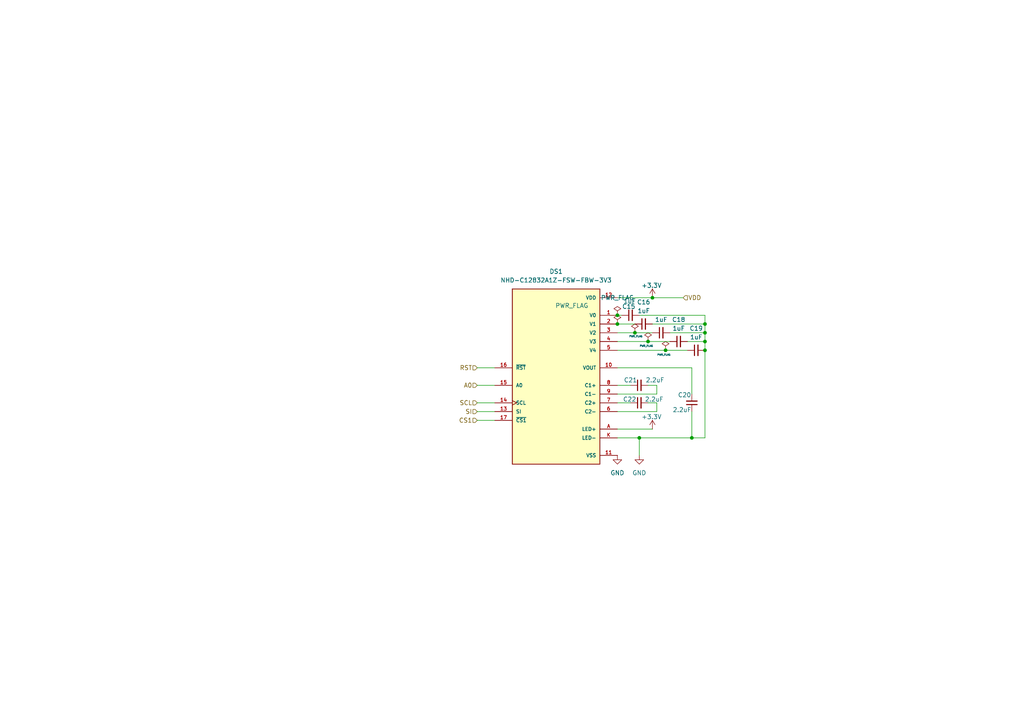
<source format=kicad_sch>
(kicad_sch (version 20250114) (generator "eeschema") (generator_version "9.0")
  (paper "A4")
  (lib_symbols
    (symbol "Device:C_Small" (pin_numbers (hide yes)) (pin_names (offset 0.254) (hide yes))
      (property "Reference" "C" (at 0.254 1.778 0))
      (property "Value" "C_Small" (at 0.254 -2.032 0))
      (symbol "C_Small_0_1"
        (polyline (pts (xy -1.524 0.508) (xy 1.524 0.508)) (stroke (width 0.3048)))
        (polyline (pts (xy -1.524 -0.508) (xy 1.524 -0.508)) (stroke (width 0.3302)))
      )
      (symbol "C_Small_1_1"
        (pin passive line (at 0 2.54 270) (length 2.032) (name "~") (number "1"))
        (pin passive line (at 0 -2.54 90) (length 2.032) (name "~") (number "2"))
      )
    )
    (symbol "NHD-C12832A1Z-FSW-FBW-3V3:NHD-C12832A1Z-FSW-FBW-3V3" (pin_names (offset 1.016))
      (property "Reference" "DS1" (at 0 30.48 0))
      (property "Value" "NHD-C12832A1Z-FSW-FBW-3V3" (at 0 27.94 0))
      (symbol "NHD-C12832A1Z-FSW-FBW-3V3_0_0"
        (rectangle (start -12.7 -25.4) (end 12.7 25.4) (stroke (width 0.254)) (fill (type background)))
        (pin input line (at -17.78 2.54 0) (length 5.08) (name "~{RST}") (number "16"))
        (pin input line (at -17.78 -2.54 0) (length 5.08) (name "A0") (number "15"))
        (pin input clock (at -17.78 -7.62 0) (length 5.08) (name "SCL") (number "14"))
        (pin input line (at -17.78 -12.7 0) (length 5.08) (name "~{CS1}") (number "17"))
        (pin power_in line (at 17.78 22.86 180) (length 5.08) (name "VDD") (number "12"))
        (pin power_in line (at 17.78 17.78 180) (length 5.08) (name "V0") (number "1"))
        (pin power_in line (at 17.78 15.24 180) (length 5.08) (name "V1") (number "2"))
        (pin power_in line (at 17.78 12.7 180) (length 5.08) (name "V2") (number "3"))
        (pin power_in line (at 17.78 10.16 180) (length 5.08) (name "V3") (number "4"))
        (pin power_in line (at 17.78 7.62 180) (length 5.08) (name "V4") (number "5"))
        (pin output line (at 17.78 2.54 180) (length 5.08) (name "VOUT") (number "10"))
        (pin passive line (at 17.78 -2.54 180) (length 5.08) (name "C1+") (number "8"))
        (pin passive line (at 17.78 -5.08 180) (length 5.08) (name "C1-") (number "9"))
        (pin passive line (at 17.78 -7.62 180) (length 5.08) (name "C2+") (number "7"))
        (pin passive line (at 17.78 -10.16 180) (length 5.08) (name "C2-") (number "6"))
        (pin passive line (at 17.78 -15.24 180) (length 5.08) (name "LED+") (number "A"))
        (pin passive line (at 17.78 -17.78 180) (length 5.08) (name "LED-") (number "K"))
        (pin power_in line (at 17.78 -22.86 180) (length 5.08) (name "VSS") (number "11"))
      )
      (symbol "NHD-C12832A1Z-FSW-FBW-3V3_1_0"
        (pin input line (at -17.78 -10.16 0) (length 5.08) (name "SI") (number "13"))
      )
    )
    (symbol "power:+3.3V" (power) (pin_numbers (hide yes)) (pin_names (offset 0) (hide yes))
      (property "Value" "+3.3V" (at 0 3.556 0))
      (symbol "+3.3V_0_1"
        (polyline (pts (xy -0.762 1.27) (xy 0 2.54)))
        (polyline (pts (xy 0 2.54) (xy 0.762 1.27)))
        (polyline (pts (xy 0 0) (xy 0 2.54)))
      )
      (symbol "+3.3V_1_1"
        (pin power_in line (at 0 0 90) (length 0) (name "~") (number "1"))
      )
    )
    (symbol "power:GND" (power) (pin_numbers (hide yes)) (pin_names (offset 0) (hide yes))
      (property "Value" "GND" (at 0 -3.81 0))
      (symbol "GND_0_1"
        (polyline (pts (xy 0 0) (xy 0 -1.27) (xy 1.27 -1.27) (xy 0 -2.54) (xy -1.27 -1.27) (xy 0 -1.27)))
      )
      (symbol "GND_1_1"
        (pin power_in line (at 0 0 270) (length 0) (name "~") (number "1"))
      )
    )
    (symbol "power:PWR_FLAG" (power) (pin_numbers (hide yes)) (pin_names (offset 0) (hide yes))
      (property "Value" "PWR_FLAG" (at 0 3.81 0))
      (symbol "PWR_FLAG_0_0"
        (pin power_out line (at 0 0 90) (length 0) (name "~") (number "1"))
      )
      (symbol "PWR_FLAG_0_1"
        (polyline (pts (xy 0 0) (xy 0 1.27) (xy -1.016 1.905) (xy 0 2.54) (xy 1.016 1.905) (xy 0 1.27)))
      )
    )
  )
  (junction (at 184.15 96.52))
  (junction (at 179.07 91.44))
  (junction (at 204.47 93.98))
  (junction (at 185.42 127))
  (junction (at 193.04 101.6))
  (junction (at 179.07 93.98))
  (junction (at 189.23 86.36))
  (junction (at 204.47 96.52))
  (junction (at 187.96 99.06))
  (junction (at 204.47 99.06))
  (junction (at 200.66 127))
  (junction (at 204.47 101.6))
  (wire (pts (xy 204.47 93.98) (xy 204.47 96.52)))
  (wire (pts (xy 204.47 99.06) (xy 204.47 101.6)))
  (wire (pts (xy 138.43 111.76) (xy 143.51 111.76)))
  (wire (pts (xy 138.43 106.68) (xy 143.51 106.68)))
  (wire (pts (xy 190.5 116.84) (xy 187.96 116.84)))
  (wire (pts (xy 187.96 111.76) (xy 190.5 111.76)))
  (wire (pts (xy 193.04 101.6) (xy 199.39 101.6)))
  (wire (pts (xy 179.07 116.84) (xy 182.88 116.84)))
  (wire (pts (xy 179.07 124.46) (xy 189.23 124.46)))
  (wire (pts (xy 179.07 127) (xy 185.42 127)))
  (wire (pts (xy 187.96 99.06) (xy 194.31 99.06)))
  (wire (pts (xy 179.07 119.38) (xy 190.5 119.38)))
  (wire (pts (xy 194.31 96.52) (xy 204.47 96.52)))
  (wire (pts (xy 204.47 127) (xy 200.66 127)))
  (wire (pts (xy 200.66 106.68) (xy 200.66 114.3)))
  (wire (pts (xy 138.43 119.38) (xy 143.51 119.38)))
  (wire (pts (xy 190.5 114.3) (xy 190.5 111.76)))
  (wire (pts (xy 185.42 91.44) (xy 204.47 91.44)))
  (wire (pts (xy 185.42 127) (xy 185.42 132.08)))
  (wire (pts (xy 204.47 91.44) (xy 204.47 93.98)))
  (wire (pts (xy 179.07 96.52) (xy 184.15 96.52)))
  (wire (pts (xy 179.07 111.76) (xy 182.88 111.76)))
  (wire (pts (xy 176.53 91.44) (xy 179.07 91.44)))
  (wire (pts (xy 179.07 86.36) (xy 189.23 86.36)))
  (wire (pts (xy 200.66 119.38) (xy 200.66 127)))
  (wire (pts (xy 179.07 93.98) (xy 184.15 93.98)))
  (wire (pts (xy 138.43 116.84) (xy 143.51 116.84)))
  (wire (pts (xy 179.07 101.6) (xy 193.04 101.6)))
  (wire (pts (xy 189.23 93.98) (xy 204.47 93.98)))
  (wire (pts (xy 189.23 86.36) (xy 198.12 86.36)))
  (wire (pts (xy 184.15 96.52) (xy 189.23 96.52)))
  (wire (pts (xy 179.07 114.3) (xy 190.5 114.3)))
  (wire (pts (xy 199.39 99.06) (xy 204.47 99.06)))
  (wire (pts (xy 138.43 121.92) (xy 143.51 121.92)))
  (wire (pts (xy 200.66 127) (xy 185.42 127)))
  (wire (pts (xy 179.07 99.06) (xy 187.96 99.06)))
  (wire (pts (xy 204.47 101.6) (xy 204.47 127)))
  (wire (pts (xy 179.07 91.44) (xy 180.34 91.44)))
  (wire (pts (xy 190.5 119.38) (xy 190.5 116.84)))
  (wire (pts (xy 204.47 96.52) (xy 204.47 99.06)))
  (wire (pts (xy 179.07 106.68) (xy 200.66 106.68)))
  (hierarchical_label "VDD" (shape input) (at 198.12 86.36 0))
  (hierarchical_label "A0" (shape input) (at 138.43 111.76 180))
  (hierarchical_label "SCL" (shape input) (at 138.43 116.84 180))
  (hierarchical_label "RST" (shape input) (at 138.43 106.68 180))
  (hierarchical_label "CS1" (shape input) (at 138.43 121.92 180))
  (hierarchical_label "SI" (shape input) (at 138.43 119.38 180))
  (symbol (lib_id "Device:C_Small") (at 196.85 99.06 90) (unit 1)
    (property "Reference" "C18" (at 196.8563 92.71 90))
    (property "Value" "1uF" (at 196.8563 95.25 90))
    (property "Description" "Unpolarized capacitor, small symbol" (effects (hide yes)))
  )
  (symbol (lib_id "Device:C_Small") (at 200.66 116.84 180) (unit 1)
    (property "Reference" "C20" (at 196.596 114.554 0) (effects (justify right)))
    (property "Value" "2.2uF" (at 195.072 118.872 0) (effects (justify right)))
    (property "Description" "Unpolarized capacitor, small symbol" (effects (hide yes)))
  )
  (symbol (lib_id "power:PWR_FLAG") (at 179.07 91.44 0) (unit 1)
    (property "Reference" "#FLG02" (effects (hide yes)))
    (property "Value" "PWR_FLAG" (at 179.07 86.36 0))
    (property "Description" "Special symbol for telling ERC where power comes from" (effects (hide yes)))
  )
  (symbol (lib_id "Device:C_Small") (at 191.77 96.52 90) (unit 1)
    (property "Reference" "C17" (effects (hide yes)))
    (property "Value" "1uF" (at 191.7763 92.71 90))
    (property "Description" "Unpolarized capacitor, small symbol" (effects (hide yes)))
  )
  (symbol (lib_id "power:GND") (at 185.42 132.08 0) (unit 1)
    (property "Reference" "#PWR025" (effects (hide yes)))
    (property "Value" "GND" (at 185.42 137.16 0))
    (property "Description" "Power symbol creates a global label with name \"GND\" , ground" (effects (hide yes)))
  )
  (symbol (lib_id "power:PWR_FLAG") (at 184.15 96.52 0) (unit 1)
    (property "Reference" "#FLG04" (effects (hide yes)))
    (property "Value" "PWR_FLAG" (at 184.404 97.536 0) (effects (font (size 0.508 0.508))))
    (property "Description" "Special symbol for telling ERC where power comes from" (effects (hide yes)))
  )
  (symbol (lib_id "NHD-C12832A1Z-FSW-FBW-3V3:NHD-C12832A1Z-FSW-FBW-3V3") (at 161.29 109.22 0) (unit 1)
    (property "Reference" "DS1" (at 161.29 78.74 0))
    (property "Value" "NHD-C12832A1Z-FSW-FBW-3V3" (at 161.29 81.28 0))
    (property "Footprint" "NHD-C12832A1Z-FSW-FBW-3V3:LCD_NHD-C12832A1Z-FSW-FBW-3V3" (effects (hide yes)))
    (property "PARTREV" "7" (effects (hide yes)))
    (property "MANUFACTURER" "Newhaven" (effects (hide yes)))
    (property "MAXIMUM_PACKAGE_HEIGHT" "4.3 mm" (effects (hide yes)))
    (property "STANDARD" "Manufacturer Recommendations" (effects (hide yes)))
  )
  (symbol (lib_id "Device:C_Small") (at 201.93 101.6 90) (unit 1)
    (property "Reference" "C19" (at 201.9363 95.25 90))
    (property "Value" "1uF" (at 201.9363 97.79 90))
    (property "Description" "Unpolarized capacitor, small symbol" (effects (hide yes)))
  )
  (symbol (lib_id "power:PWR_FLAG") (at 193.04 101.6 0) (unit 1)
    (property "Reference" "#FLG06" (effects (hide yes)))
    (property "Value" "PWR_FLAG" (at 192.532 102.87 0) (effects (font (size 0.508 0.508))))
    (property "Description" "Special symbol for telling ERC where power comes from" (effects (hide yes)))
  )
  (symbol (lib_id "Device:C_Small") (at 185.42 116.84 90) (unit 1)
    (property "Reference" "C22" (at 182.626 115.824 90))
    (property "Value" "2.2uF" (at 189.738 115.824 90))
    (property "Description" "Unpolarized capacitor, small symbol" (effects (hide yes)))
  )
  (symbol (lib_id "Device:C_Small") (at 186.69 93.98 90) (unit 1)
    (property "Reference" "C16" (at 186.6963 87.63 90))
    (property "Value" "1uF" (at 186.6963 90.17 90))
    (property "Description" "Unpolarized capacitor, small symbol" (effects (hide yes)))
  )
  (symbol (lib_id "Device:C_Small") (at 185.42 111.76 90) (unit 1)
    (property "Reference" "C21" (at 182.88 110.236 90))
    (property "Value" "2.2uF" (at 189.992 110.236 90))
    (property "Description" "Unpolarized capacitor, small symbol" (effects (hide yes)))
  )
  (symbol (lib_id "power:+3.3V") (at 189.23 86.36 0) (unit 1)
    (property "Reference" "#PWR032" (effects (hide yes)))
    (property "Value" "+3.3V" (at 188.976 82.804 0))
    (property "Description" "Power symbol creates a global label with name \"+3.3V\"" (effects (hide yes)))
  )
  (symbol (lib_id "power:PWR_FLAG") (at 187.96 99.06 0) (unit 1)
    (property "Reference" "#FLG05" (effects (hide yes)))
    (property "Value" "PWR_FLAG" (at 187.452 100.33 0) (effects (font (size 0.508 0.508))))
    (property "Description" "Special symbol for telling ERC where power comes from" (effects (hide yes)))
  )
  (symbol (lib_id "power:+3.3V") (at 189.23 124.46 0) (unit 1)
    (property "Reference" "#PWR029" (effects (hide yes)))
    (property "Value" "+3.3V" (at 188.976 120.904 0))
    (property "Description" "Power symbol creates a global label with name \"+3.3V\"" (effects (hide yes)))
  )
  (symbol (lib_id "power:PWR_FLAG") (at 179.07 93.98 0) (unit 1)
    (property "Reference" "#FLG03" (effects (hide yes)))
    (property "Value" "PWR_FLAG" (at 165.862 88.646 0))
    (property "Description" "Special symbol for telling ERC where power comes from" (effects (hide yes)))
  )
  (symbol (lib_id "power:GND") (at 179.07 132.08 0) (unit 1)
    (property "Reference" "#PWR015" (effects (hide yes)))
    (property "Value" "GND" (at 179.07 137.16 0))
    (property "Description" "Power symbol creates a global label with name \"GND\" , ground" (effects (hide yes)))
  )
  (symbol (lib_id "Device:C_Small") (at 182.88 91.44 90) (unit 1)
    (property "Reference" "C15" (at 182.372 88.9 90))
    (property "Value" "1uF" (at 182.626 87.376 90))
    (property "Description" "Unpolarized capacitor, small symbol" (effects (hide yes)))
  )
)
</source>
